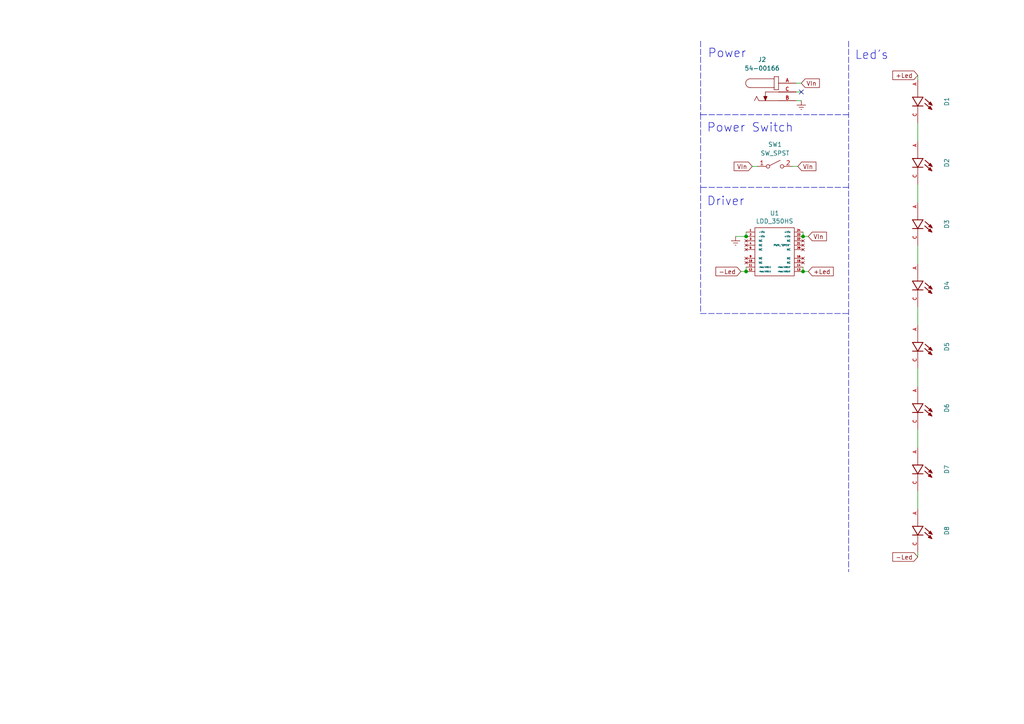
<source format=kicad_sch>
(kicad_sch (version 20230121) (generator eeschema)
  (paper "A4")
  (lib_symbols
    (symbol "54-00166:54-00166" (pin_names (offset 1.016))
      (property "Reference" "J" (at -7.62 5.08 0))
      (property "Value" "54-00166" (at -7.62 -5.08 0))
      (symbol "54-00166_0_0"
        (arc (start -8.255 3.81) (mid -9.5195 2.54) (end -8.255 1.27) (stroke (width 0.1524)))
        (polyline (pts (xy -8.255 3.81) (xy -1.27 3.81)) (stroke (width 0.1524)))
        (polyline (pts (xy -6.35 -1.27) (xy -6.985 -2.54)) (stroke (width 0.1524)))
        (polyline (pts (xy -5.715 -2.54) (xy -6.35 -1.27)) (stroke (width 0.1524)))
        (polyline (pts (xy -3.81 0) (xy -3.81 -2.54)) (stroke (width 0.1524)))
        (polyline (pts (xy -1.27 0.635) (xy 0 0.635)) (stroke (width 0.1524)))
        (polyline (pts (xy -1.27 1.27) (xy -8.255 1.27)) (stroke (width 0.1524)))
        (polyline (pts (xy -1.27 1.27) (xy -1.27 0.635)) (stroke (width 0.1524)))
        (polyline (pts (xy -1.27 3.81) (xy -1.27 1.27)) (stroke (width 0.1524)))
        (polyline (pts (xy -1.27 4.445) (xy -1.27 3.81)) (stroke (width 0.1524)))
        (polyline (pts (xy 0 -2.54) (xy -5.715 -2.54)) (stroke (width 0.1524)))
        (polyline (pts (xy 0 0) (xy -3.81 0)) (stroke (width 0.1524)))
        (polyline (pts (xy 0 0.635) (xy 0 4.445)) (stroke (width 0.1524)))
        (polyline (pts (xy 0 4.445) (xy -1.27 4.445)) (stroke (width 0.1524)))
        (polyline (pts (xy -3.81 -2.54) (xy -4.318 -1.27) (xy -3.302 -1.27) (xy -3.81 -2.54)) (stroke (width 0.1524)) (fill (type outline)))
        (pin passive line (at 5.08 2.54 180) (length 5.08) (name "~") (number "A"))
        (pin passive line (at 5.08 -2.54 180) (length 5.08) (name "~") (number "B"))
        (pin passive line (at 5.08 0 180) (length 5.08) (name "~") (number "C"))
      )
    )
    (symbol "K40-LED_PCB-rescue:LDD_350HS-LDD-350HS_SYMBOL" (pin_names (offset 1.016))
      (property "Reference" "U" (at 0 -19.05 0))
      (property "Value" "LDD_350HS-LDD-350HS_SYMBOL" (at 0 -1.905 0))
      (symbol "LDD_350HS-LDD-350HS_SYMBOL_0_1"
        (rectangle (start -5.715 -3.175) (end 5.715 -17.145))
      )
      (symbol "LDD_350HS-LDD-350HS_SYMBOL_1_1"
        (pin input line (at -8.255 -4.445 0) (length 2.54) (name "-Vin") (number "1"))
        (pin no_connect line (at -8.255 -13.335 0) (length 2.54) (name "NC") (number "10"))
        (pin output line (at -8.255 -14.605 0) (length 2.54) (name "-Vout_\"LED(-)") (number "11"))
        (pin output line (at -8.255 -15.875 0) (length 2.54) (name "-Vout_\"LED(-)") (number "12"))
        (pin output line (at 8.255 -15.875 180) (length 2.54) (name "+Vout_\"LED(+)\"") (number "13"))
        (pin output line (at 8.255 -14.605 180) (length 2.54) (name "+Vout_\"LED(+)\"") (number "14"))
        (pin no_connect line (at 8.255 -13.335 180) (length 2.54) (name "NC") (number "15"))
        (pin no_connect line (at 8.255 -12.065 180) (length 2.54) (name "NC") (number "16"))
        (pin input line (at -8.255 -5.715 0) (length 2.54) (name "-Vin") (number "2"))
        (pin no_connect line (at 8.255 -9.525 180) (length 2.54) (name "NC") (number "20"))
        (pin no_connect line (at 8.255 -8.255 180) (length 2.54) (name "PWM_\"OPEN\"") (number "21"))
        (pin no_connect line (at 8.255 -6.985 180) (length 2.54) (name "NC") (number "22"))
        (pin input line (at 8.255 -5.715 180) (length 2.54) (name "+Vin") (number "23"))
        (pin input line (at 8.255 -4.445 180) (length 2.54) (name "+Vin") (number "24"))
        (pin no_connect line (at -8.255 -6.985 0) (length 2.54) (name "NC") (number "3"))
        (pin no_connect line (at -8.255 -8.255 0) (length 2.54) (name "NC") (number "4"))
        (pin no_connect line (at -8.255 -9.525 0) (length 2.54) (name "NC") (number "5"))
        (pin no_connect line (at -8.255 -12.065 0) (length 2.54) (name "NC") (number "9"))
      )
    )
    (symbol "K40-LED_PCB-rescue:LTST-C190KGKT-LTST-C190KGKT" (pin_names (offset 1.016) hide)
      (property "Reference" "D" (at -3.0988 4.4958 0))
      (property "Value" "LTST-C190KGKT-LTST-C190KGKT" (at -3.556 -3.302 0))
      (symbol "LTST-C190KGKT-LTST-C190KGKT_0_0"
        (polyline (pts (xy -2.54 -1.524) (xy 0 0)) (stroke (width 0.254)))
        (polyline (pts (xy -2.54 0) (xy -5.08 0)) (stroke (width 0.1524)))
        (polyline (pts (xy -2.54 0) (xy -2.54 -1.524)) (stroke (width 0.254)))
        (polyline (pts (xy -2.54 1.524) (xy -2.54 0)) (stroke (width 0.254)))
        (polyline (pts (xy -1.1176 3.683) (xy -0.2286 4.1656)) (stroke (width 0.254)))
        (polyline (pts (xy -0.9398 3.6068) (xy -0.7112 3.7592)) (stroke (width 0.254)))
        (polyline (pts (xy -0.5588 3.2004) (xy -1.1176 3.683)) (stroke (width 0.254)))
        (polyline (pts (xy -0.5588 3.2004) (xy -0.5334 3.937)) (stroke (width 0.254)))
        (polyline (pts (xy -0.5334 3.937) (xy -0.6604 3.937)) (stroke (width 0.254)))
        (polyline (pts (xy -0.2286 4.1656) (xy -2.0066 2.1336)) (stroke (width 0.254)))
        (polyline (pts (xy -0.2286 4.1656) (xy -0.5588 3.2004)) (stroke (width 0.254)))
        (polyline (pts (xy 0 0) (xy -2.54 1.524)) (stroke (width 0.254)))
        (polyline (pts (xy 0 1.524) (xy 0 -1.524)) (stroke (width 0.254)))
        (polyline (pts (xy 0.127 3.5814) (xy 1.016 4.064)) (stroke (width 0.254)))
        (polyline (pts (xy 0.3048 3.5052) (xy 0.5334 3.6576)) (stroke (width 0.254)))
        (polyline (pts (xy 0.6858 3.0988) (xy 0.127 3.5814)) (stroke (width 0.254)))
        (polyline (pts (xy 0.6858 3.0988) (xy 0.7112 3.8354)) (stroke (width 0.254)))
        (polyline (pts (xy 0.7112 3.8354) (xy 0.5842 3.8354)) (stroke (width 0.254)))
        (polyline (pts (xy 1.016 4.064) (xy -0.762 2.032)) (stroke (width 0.254)))
        (polyline (pts (xy 1.016 4.064) (xy 0.6858 3.0988)) (stroke (width 0.254)))
        (pin passive line (at -7.62 0 0) (length 2.54) (name "~") (number "A"))
        (pin passive line (at 5.08 0 180) (length 5.08) (name "~") (number "C"))
      )
    )
    (symbol "Switch:SW_SPST" (pin_names (offset 0) hide)
      (property "Reference" "SW" (at 0 3.175 0))
      (property "Value" "SW_SPST" (at 0 -2.54 0))
      (symbol "SW_SPST_0_0"
        (circle (center -2.032 0) (radius 0.508))
        (polyline (pts (xy -1.524 0.254) (xy 1.524 1.778)))
        (circle (center 2.032 0) (radius 0.508))
      )
      (symbol "SW_SPST_1_1"
        (pin passive line (at -5.08 0 0) (length 2.54) (name "A") (number "1"))
        (pin passive line (at 5.08 0 180) (length 2.54) (name "B") (number "2"))
      )
    )
    (symbol "power:Earth" (power) (pin_names (offset 0))
      (symbol "Earth_0_1"
        (polyline (pts (xy -0.635 -1.905) (xy 0.635 -1.905)))
        (polyline (pts (xy -0.127 -2.54) (xy 0.127 -2.54)))
        (polyline (pts (xy 0 -1.27) (xy 0 0)))
        (polyline (pts (xy 1.27 -1.27) (xy -1.27 -1.27)))
      )
      (symbol "Earth_1_1"
        (pin power_in line (at 0 0 270) (length 0) hide (name "Earth") (number "1"))
      )
    )
  )
  (junction (at 216.408 68.58))
  (junction (at 232.918 78.74))
  (junction (at 232.918 68.58))
  (junction (at 216.408 78.74))
  (no_connect (at 232.41 26.67))
  (polyline (pts (xy 203.2 90.932) (xy 246.126 90.932)) (stroke (width 0) (type dash)))
  (wire (pts (xy 216.408 67.31) (xy 216.408 68.58)))
  (wire (pts (xy 266.192 71.374) (xy 266.192 76.454)))
  (wire (pts (xy 266.192 21.844) (xy 266.192 23.114)))
  (wire (pts (xy 266.192 35.814) (xy 266.192 40.894)))
  (wire (pts (xy 266.192 53.594) (xy 266.192 58.674)))
  (polyline (pts (xy 246.126 33.274) (xy 203.2 33.274)) (stroke (width 0) (type dash)))
  (polyline (pts (xy 203.2 54.356) (xy 203.2 90.932)) (stroke (width 0) (type dash)))
  (wire (pts (xy 230.886 24.13) (xy 232.41 24.13)))
  (wire (pts (xy 214.884 78.74) (xy 216.408 78.74)))
  (polyline (pts (xy 246.126 11.938) (xy 246.126 165.862)) (stroke (width 0) (type dash)))
  (wire (pts (xy 230.886 29.21) (xy 232.41 29.21)))
  (wire (pts (xy 232.918 78.74) (xy 234.442 78.74)))
  (wire (pts (xy 266.192 106.934) (xy 266.192 112.014)))
  (wire (pts (xy 216.408 77.47) (xy 216.408 78.74)))
  (wire (pts (xy 266.192 160.274) (xy 266.192 161.544)))
  (wire (pts (xy 266.192 89.154) (xy 266.192 94.234)))
  (wire (pts (xy 219.71 48.26) (xy 218.186 48.26)))
  (wire (pts (xy 213.36 68.58) (xy 216.408 68.58)))
  (wire (pts (xy 266.192 124.714) (xy 266.192 129.794)))
  (wire (pts (xy 232.918 67.31) (xy 232.918 68.58)))
  (polyline (pts (xy 203.2 11.938) (xy 203.2 33.274)) (stroke (width 0) (type dash)))
  (wire (pts (xy 232.918 77.47) (xy 232.918 78.74)))
  (polyline (pts (xy 203.2 33.02) (xy 203.2 54.356)) (stroke (width 0) (type dash)))
  (wire (pts (xy 266.192 142.494) (xy 266.192 147.574)))
  (wire (pts (xy 232.918 68.58) (xy 234.442 68.58)))
  (polyline (pts (xy 246.126 54.356) (xy 203.2 54.356)) (stroke (width 0) (type dash)))
  (wire (pts (xy 229.87 48.26) (xy 231.394 48.26)))
  (wire (pts (xy 230.886 26.67) (xy 232.41 26.67)))
  (text "Power" (at 205.232 17.018 0) (effects (font (size 2.5 2.5)) (justify left bottom)))
  (text "Led's" (at 247.904 17.526 0) (effects (font (size 2.5 2.5)) (justify left bottom)))
  (text "Driver" (at 204.978 59.944 0) (effects (font (size 2.5 2.5)) (justify left bottom)))
  (text "Power Switch" (at 204.978 38.608 0) (effects (font (size 2.5 2.5)) (justify left bottom)))
  (global_label "-Led" (shape input) (at 214.884 78.74 180) (property "Intersheetrefs" "${INTERSHEET_REFS}" (effects hide)))
  (global_label "VIn" (shape input) (at 218.186 48.26 180) (property "Intersheetrefs" "${INTERSHEET_REFS}" (effects hide)))
  (global_label "+Led" (shape input) (at 234.442 78.74 0) (property "Intersheetrefs" "${INTERSHEET_REFS}" (effects hide)))
  (global_label "-Led" (shape input) (at 266.192 161.544 180) (property "Intersheetrefs" "${INTERSHEET_REFS}" (effects hide)))
  (global_label "VIn" (shape input) (at 234.442 68.58 0) (property "Intersheetrefs" "${INTERSHEET_REFS}" (effects hide)))
  (global_label "VIn" (shape input) (at 232.41 24.13 0) (property "Intersheetrefs" "${INTERSHEET_REFS}" (effects hide)))
  (global_label "+Led" (shape input) (at 266.192 21.844 180) (property "Intersheetrefs" "${INTERSHEET_REFS}" (effects hide)))
  (global_label "VIn" (shape input) (at 231.394 48.26 0) (property "Intersheetrefs" "${INTERSHEET_REFS}" (effects hide)))
  (symbol (lib_id "K40-LED_PCB-rescue:LTST-C190KGKT-LTST-C190KGKT") (at 266.192 48.514 270) (unit 1)
    (property "Reference" "D2" (at 274.5994 47.244 0))
    (property "Value" "LTST-C190KGKT" (effects hide))
    (property "Footprint" "Cree_MX3AWT-A1-R250-000BE3:Cree_MX3AWT-A1-R250-000BE3" (effects hide))
  )
  (symbol (lib_id "K40-LED_PCB-rescue:LTST-C190KGKT-LTST-C190KGKT") (at 266.192 66.294 270) (unit 1)
    (property "Reference" "D3" (at 274.5994 65.024 0))
    (property "Value" "LTST-C190KGKT" (effects hide))
    (property "Footprint" "Cree_MX3AWT-A1-R250-000BE3:Cree_MX3AWT-A1-R250-000BE3" (effects hide))
  )
  (symbol (lib_id "K40-LED_PCB-rescue:LTST-C190KGKT-LTST-C190KGKT") (at 266.192 84.074 270) (unit 1)
    (property "Reference" "D4" (at 274.5994 82.804 0))
    (property "Value" "LTST-C190KGKT" (effects hide))
    (property "Footprint" "Cree_MX3AWT-A1-R250-000BE3:Cree_MX3AWT-A1-R250-000BE3" (effects hide))
  )
  (symbol (lib_id "K40-LED_PCB-rescue:LDD_350HS-LDD-350HS_SYMBOL") (at 224.663 62.865 0) (unit 1)
    (property "Reference" "U1" (at 224.663 61.849 0))
    (property "Value" "LDD_350HS" (at 224.663 64.1604 0))
    (property "Footprint" "LDD-350HS:LDD-350HS" (effects hide))
  )
  (symbol (lib_id "Switch:SW_SPST") (at 224.79 48.26 0) (unit 1)
    (property "Reference" "SW1" (at 224.79 41.91 0))
    (property "Value" "SW_SPST" (at 224.79 44.45 0))
    (property "Footprint" "Connector_PinHeader_2.00mm:PinHeader_1x02_P2.00mm_Vertical" (effects hide))
  )
  (symbol (lib_id "K40-LED_PCB-rescue:LTST-C190KGKT-LTST-C190KGKT") (at 266.192 30.734 270) (unit 1)
    (property "Reference" "D1" (at 274.5994 29.464 0))
    (property "Value" "LTST-C190KGKT" (effects hide))
    (property "Footprint" "Cree_MX3AWT-A1-R250-000BE3:Cree_MX3AWT-A1-R250-000BE3" (effects hide))
  )
  (symbol (lib_id "K40-LED_PCB-rescue:LTST-C190KGKT-LTST-C190KGKT") (at 266.192 101.854 270) (unit 1)
    (property "Reference" "D5" (at 274.5994 100.584 0))
    (property "Value" "LTST-C190KGKT" (effects hide))
    (property "Footprint" "Cree_MX3AWT-A1-R250-000BE3:Cree_MX3AWT-A1-R250-000BE3" (effects hide))
  )
  (symbol (lib_id "K40-LED_PCB-rescue:LTST-C190KGKT-LTST-C190KGKT") (at 266.192 119.634 270) (unit 1)
    (property "Reference" "D6" (at 274.5994 118.364 0))
    (property "Value" "LTST-C190KGKT" (effects hide))
    (property "Footprint" "Cree_MX3AWT-A1-R250-000BE3:Cree_MX3AWT-A1-R250-000BE3" (effects hide))
  )
  (symbol (lib_id "K40-LED_PCB-rescue:LTST-C190KGKT-LTST-C190KGKT") (at 266.192 155.194 270) (unit 1)
    (property "Reference" "D8" (at 274.5994 153.924 0))
    (property "Value" "LTST-C190KGKT" (effects hide))
    (property "Footprint" "Cree_MX3AWT-A1-R250-000BE3:Cree_MX3AWT-A1-R250-000BE3" (effects hide))
  )
  (symbol (lib_id "power:Earth") (at 213.36 68.58 0) (unit 1)
    (property "Reference" "#PWR02" (effects hide))
    (property "Value" "Earth" (effects hide))
  )
  (symbol (lib_id "K40-LED_PCB-rescue:LTST-C190KGKT-LTST-C190KGKT") (at 266.192 137.414 270) (unit 1)
    (property "Reference" "D7" (at 274.5994 136.144 0))
    (property "Value" "LTST-C190KGKT" (effects hide))
    (property "Footprint" "Cree_MX3AWT-A1-R250-000BE3:Cree_MX3AWT-A1-R250-000BE3" (effects hide))
  )
  (symbol (lib_id "54-00166:54-00166") (at 225.806 26.67 0) (unit 1)
    (property "Reference" "J2" (at 221.0462 17.272 0))
    (property "Value" "54-00166" (at 221.0462 19.812 0))
    (property "Footprint" "Barrel-Jack:TENSILITY_54-00166" (effects hide))
    (property "PARTREV" "A" (effects hide))
    (property "STANDARD" "Manufacturer Recommendations" (effects hide))
    (property "SNAPEDA_PN" "54-00166" (effects hide))
    (property "MAXIMUM_PACKAGE_HEIGHT" "11.2mm" (effects hide))
    (property "MANUFACTURER" "TENSILITY" (effects hide))
  )
  (symbol (lib_id "power:Earth") (at 232.41 29.21 0) (unit 1)
    (property "Reference" "#PWR01" (effects hide))
    (property "Value" "Earth" (effects hide))
  )
)
</source>
